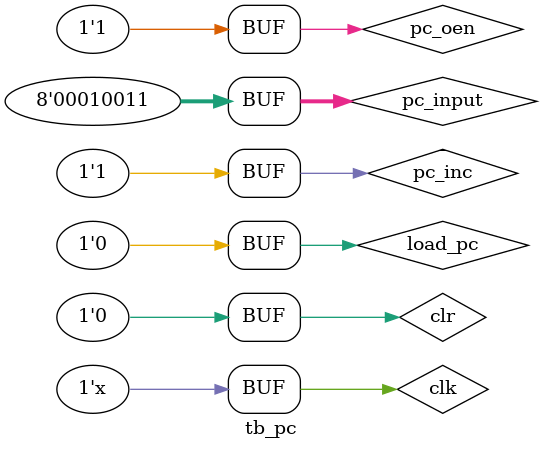
<source format=v>
`timescale 1ns / 1ps
module tb_pc();
// Inputs
reg pc_oen;
reg pc_inc;
reg load_pc;
reg [7:0] pc_input;
reg clr;
reg clk;
// Output
wire [7:0] pc_out;
// Instantiate the UUT
pc UUT (
.pc_out(pc_out),
.pc_oen(pc_oen),
.pc_inc(pc_inc),
.load_pc(load_pc),
.pc_input(pc_input),
.clr(clr),
.clk(clk)
);
always #50 clk = ~clk;
initial begin
pc_oen = 1;
pc_inc = 0;
load_pc = 0;
pc_input = 8'h13;
clr = 1;
clk = 0;
#100; clr = 0;
#100; pc_inc = 1;
#500; load_pc = 1;
#100; load_pc = 0;
#400; pc_oen = 0;
#100; pc_oen = 1;
#100; clr = 1;
#100; clr = 0;
#100;
end
endmodule

</source>
